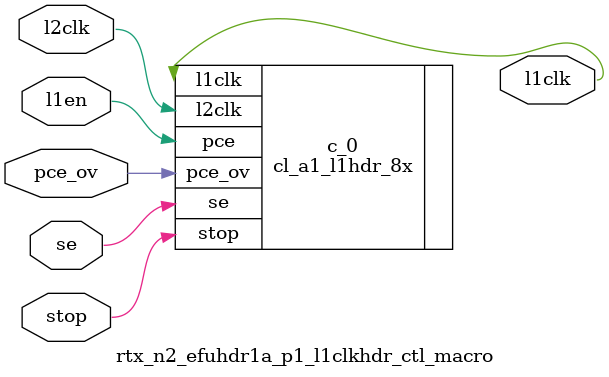
<source format=v>






module rtx_n2_efuhdr1a_p1_l1clkhdr_ctl_macro (
  l2clk, 
  l1en, 
  pce_ov, 
  stop, 
  se, 
  l1clk);


  input l2clk;
  input l1en;
  input pce_ov;
  input stop;
  input se;
  output l1clk;



 

cl_a1_l1hdr_8x c_0 (


   .l2clk(l2clk),
   .pce(l1en),
   .l1clk(l1clk),
  .se(se),
  .pce_ov(pce_ov),
  .stop(stop)
);



endmodule









</source>
